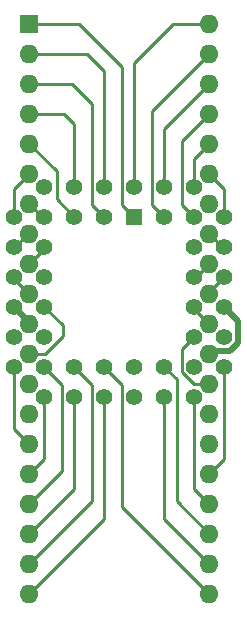
<source format=gtl>
%TF.GenerationSoftware,KiCad,Pcbnew,(6.0.0)*%
%TF.CreationDate,2022-03-13T18:44:15-04:00*%
%TF.ProjectId,z80plcc to dip,7a383070-6c63-4632-9074-6f206469702e,rev?*%
%TF.SameCoordinates,Original*%
%TF.FileFunction,Copper,L1,Top*%
%TF.FilePolarity,Positive*%
%FSLAX46Y46*%
G04 Gerber Fmt 4.6, Leading zero omitted, Abs format (unit mm)*
G04 Created by KiCad (PCBNEW (6.0.0)) date 2022-03-13 18:44:15*
%MOMM*%
%LPD*%
G01*
G04 APERTURE LIST*
%TA.AperFunction,ComponentPad*%
%ADD10R,1.422400X1.422400*%
%TD*%
%TA.AperFunction,ComponentPad*%
%ADD11C,1.422400*%
%TD*%
%TA.AperFunction,ComponentPad*%
%ADD12R,1.600000X1.600000*%
%TD*%
%TA.AperFunction,ComponentPad*%
%ADD13O,1.600000X1.600000*%
%TD*%
%TA.AperFunction,Conductor*%
%ADD14C,0.500000*%
%TD*%
%TA.AperFunction,Conductor*%
%ADD15C,0.250000*%
%TD*%
G04 APERTURE END LIST*
D10*
%TO.P,IC1,1,A11*%
%TO.N,/A11*%
X127360000Y-84455000D03*
D11*
%TO.P,IC1,2,A12*%
%TO.N,/A12*%
X124820000Y-81915000D03*
%TO.P,IC1,3,A13*%
%TO.N,/A13*%
X124820000Y-84455000D03*
%TO.P,IC1,4,A14*%
%TO.N,/A14*%
X122280000Y-81915000D03*
%TO.P,IC1,5,A15*%
%TO.N,/A15*%
X122280000Y-84455000D03*
%TO.P,IC1,6,NC_1*%
%TO.N,unconnected-(IC1-Pad6)*%
X119740000Y-81915000D03*
%TO.P,IC1,7,CLK*%
%TO.N,/clk*%
X117200000Y-84455000D03*
%TO.P,IC1,8,D4*%
%TO.N,/D4*%
X119740000Y-84455000D03*
%TO.P,IC1,9,D3*%
%TO.N,/D3*%
X117200000Y-86995000D03*
%TO.P,IC1,10,D5*%
%TO.N,/D5*%
X119740000Y-86995000D03*
%TO.P,IC1,11,D6*%
%TO.N,/D6*%
X117200000Y-89535000D03*
%TO.P,IC1,12,NC_2*%
%TO.N,unconnected-(IC1-Pad12)*%
X119740000Y-89535000D03*
%TO.P,IC1,13,+5V*%
%TO.N,+5V*%
X117200000Y-92075000D03*
%TO.P,IC1,14,D2*%
%TO.N,/D2*%
X119740000Y-92075000D03*
%TO.P,IC1,15,D7*%
%TO.N,/D7*%
X117200000Y-94615000D03*
%TO.P,IC1,16,D0*%
%TO.N,/D0*%
X119740000Y-94615000D03*
%TO.P,IC1,17,D1*%
%TO.N,/D1*%
X117200000Y-97155000D03*
%TO.P,IC1,18,/INT*%
%TO.N,/int*%
X119740000Y-99695000D03*
%TO.P,IC1,19,/NMI*%
%TO.N,/nmi*%
X119740000Y-97155000D03*
%TO.P,IC1,20,/HALT*%
%TO.N,/halt*%
X122280000Y-99695000D03*
%TO.P,IC1,21,/MREQ*%
%TO.N,/mreq*%
X122280000Y-97155000D03*
%TO.P,IC1,22,/IORQ*%
%TO.N,/ioreq*%
X124820000Y-99695000D03*
%TO.P,IC1,23,/RD*%
%TO.N,/rd*%
X124820000Y-97155000D03*
%TO.P,IC1,24,NC_3*%
%TO.N,unconnected-(IC1-Pad24)*%
X127360000Y-99695000D03*
%TO.P,IC1,25,NC_4*%
%TO.N,unconnected-(IC1-Pad25)*%
X127360000Y-97155000D03*
%TO.P,IC1,26,/WR*%
%TO.N,/wr*%
X129900000Y-99695000D03*
%TO.P,IC1,27,/BUSACK*%
%TO.N,/busack*%
X129900000Y-97155000D03*
%TO.P,IC1,28,/WAIT*%
%TO.N,/wait*%
X132440000Y-99695000D03*
%TO.P,IC1,29,/BUSREQ*%
%TO.N,/busrq*%
X134980000Y-97155000D03*
%TO.P,IC1,30,/RESET*%
%TO.N,/rst*%
X132440000Y-97155000D03*
%TO.P,IC1,31,/M1*%
%TO.N,/m1*%
X134980000Y-94615000D03*
%TO.P,IC1,32,/RFSH*%
%TO.N,/rfsh*%
X132440000Y-94615000D03*
%TO.P,IC1,33,GND*%
%TO.N,GND*%
X134980000Y-92075000D03*
%TO.P,IC1,34,A0*%
%TO.N,/A0*%
X132440000Y-92075000D03*
%TO.P,IC1,35,A1*%
%TO.N,/A1*%
X134980000Y-89535000D03*
%TO.P,IC1,36,A2*%
%TO.N,/A2*%
X132440000Y-89535000D03*
%TO.P,IC1,37,A3*%
%TO.N,/A3*%
X134980000Y-86995000D03*
%TO.P,IC1,38,A4*%
%TO.N,/A4*%
X132440000Y-86995000D03*
%TO.P,IC1,39,A5*%
%TO.N,/A5*%
X134980000Y-84455000D03*
%TO.P,IC1,40,A6*%
%TO.N,/A6*%
X132440000Y-81915000D03*
%TO.P,IC1,41,A7*%
%TO.N,/A7*%
X132440000Y-84455000D03*
%TO.P,IC1,42,A8*%
%TO.N,/A8*%
X129900000Y-81915000D03*
%TO.P,IC1,43,A9*%
%TO.N,/A9*%
X129900000Y-84455000D03*
%TO.P,IC1,44,A10*%
%TO.N,/A10*%
X127360000Y-81915000D03*
%TD*%
D12*
%TO.P,U1,1,A11*%
%TO.N,/A11*%
X118465000Y-68089500D03*
D13*
%TO.P,U1,2,A12*%
%TO.N,/A12*%
X118465000Y-70629500D03*
%TO.P,U1,3,A13*%
%TO.N,/A13*%
X118465000Y-73169500D03*
%TO.P,U1,4,A14*%
%TO.N,/A14*%
X118465000Y-75709500D03*
%TO.P,U1,5,A15*%
%TO.N,/A15*%
X118465000Y-78249500D03*
%TO.P,U1,6,~{CLK}*%
%TO.N,/clk*%
X118465000Y-80789500D03*
%TO.P,U1,7,D4*%
%TO.N,/D4*%
X118465000Y-83329500D03*
%TO.P,U1,8,D3*%
%TO.N,/D3*%
X118465000Y-85869500D03*
%TO.P,U1,9,D5*%
%TO.N,/D5*%
X118465000Y-88409500D03*
%TO.P,U1,10,D6*%
%TO.N,/D6*%
X118465000Y-90949500D03*
%TO.P,U1,11,VCC*%
%TO.N,+5V*%
X118465000Y-93489500D03*
%TO.P,U1,12,D2*%
%TO.N,/D2*%
X118465000Y-96029500D03*
%TO.P,U1,13,D7*%
%TO.N,/D7*%
X118465000Y-98569500D03*
%TO.P,U1,14,D0*%
%TO.N,/D0*%
X118465000Y-101109500D03*
%TO.P,U1,15,D1*%
%TO.N,/D1*%
X118465000Y-103649500D03*
%TO.P,U1,16,~{INT}*%
%TO.N,/int*%
X118465000Y-106189500D03*
%TO.P,U1,17,~{NMI}*%
%TO.N,/nmi*%
X118465000Y-108729500D03*
%TO.P,U1,18,~{HALT}*%
%TO.N,/halt*%
X118465000Y-111269500D03*
%TO.P,U1,19,~{MREQ}*%
%TO.N,/mreq*%
X118465000Y-113809500D03*
%TO.P,U1,20,~{IORQ}*%
%TO.N,/ioreq*%
X118465000Y-116349500D03*
%TO.P,U1,21,~{RD}*%
%TO.N,/rd*%
X133705000Y-116349500D03*
%TO.P,U1,22,~{WR}*%
%TO.N,/wr*%
X133705000Y-113809500D03*
%TO.P,U1,23,~{BUSACK}*%
%TO.N,/busack*%
X133705000Y-111269500D03*
%TO.P,U1,24,~{WAIT}*%
%TO.N,/wait*%
X133705000Y-108729500D03*
%TO.P,U1,25,~{BUSRQ}*%
%TO.N,/busrq*%
X133705000Y-106189500D03*
%TO.P,U1,26,~{RESET}*%
%TO.N,/rst*%
X133705000Y-103649500D03*
%TO.P,U1,27,~{M1}*%
%TO.N,/m1*%
X133705000Y-101109500D03*
%TO.P,U1,28,~{RFSH}*%
%TO.N,/rfsh*%
X133705000Y-98569500D03*
%TO.P,U1,29,GND*%
%TO.N,GND*%
X133705000Y-96029500D03*
%TO.P,U1,30,A0*%
%TO.N,/A0*%
X133705000Y-93489500D03*
%TO.P,U1,31,A1*%
%TO.N,/A1*%
X133705000Y-90949500D03*
%TO.P,U1,32,A2*%
%TO.N,/A2*%
X133705000Y-88409500D03*
%TO.P,U1,33,A3*%
%TO.N,/A3*%
X133705000Y-85869500D03*
%TO.P,U1,34,A4*%
%TO.N,/A4*%
X133705000Y-83329500D03*
%TO.P,U1,35,A5*%
%TO.N,/A5*%
X133705000Y-80789500D03*
%TO.P,U1,36,A6*%
%TO.N,/A6*%
X133705000Y-78249500D03*
%TO.P,U1,37,A7*%
%TO.N,/A7*%
X133705000Y-75709500D03*
%TO.P,U1,38,A8*%
%TO.N,/A8*%
X133705000Y-73169500D03*
%TO.P,U1,39,A9*%
%TO.N,/A9*%
X133705000Y-70629500D03*
%TO.P,U1,40,A10*%
%TO.N,/A10*%
X133705000Y-68089500D03*
%TD*%
D14*
%TO.N,+5V*%
X118465000Y-93489500D02*
X118465000Y-93340000D01*
X118465000Y-93340000D02*
X117200000Y-92075000D01*
D15*
X117200000Y-92075000D02*
X117200000Y-92224500D01*
D14*
%TO.N,GND*%
X133705000Y-96029500D02*
X133958789Y-95775711D01*
X135460783Y-95775711D02*
X136140711Y-95095783D01*
X133958789Y-95775711D02*
X135460783Y-95775711D01*
X136140711Y-93235711D02*
X134980000Y-92075000D01*
X136140711Y-95095783D02*
X136140711Y-93235711D01*
D15*
%TO.N,/A11*%
X126324289Y-83419289D02*
X126324289Y-71714289D01*
X126324289Y-71714289D02*
X122699500Y-68089500D01*
X122699500Y-68089500D02*
X118465000Y-68089500D01*
X127360000Y-84455000D02*
X126324289Y-83419289D01*
%TO.N,/A13*%
X123784289Y-83419289D02*
X123784289Y-74889289D01*
X124820000Y-84455000D02*
X123784289Y-83419289D01*
X122064500Y-73169500D02*
X118465000Y-73169500D01*
X123784289Y-74889289D02*
X122064500Y-73169500D01*
%TO.N,/A15*%
X120775711Y-80560211D02*
X118465000Y-78249500D01*
X120775711Y-82950711D02*
X120775711Y-80560211D01*
X122280000Y-84455000D02*
X120775711Y-82950711D01*
%TO.N,/A9*%
X129900000Y-84455000D02*
X128864289Y-83419289D01*
X128864289Y-75470211D02*
X133705000Y-70629500D01*
X128864289Y-83419289D02*
X128864289Y-75470211D01*
%TO.N,/A7*%
X131404289Y-78010211D02*
X133705000Y-75709500D01*
X132440000Y-84455000D02*
X131404289Y-83419289D01*
X131404289Y-83419289D02*
X131404289Y-78010211D01*
%TO.N,/A12*%
X124820000Y-72115000D02*
X123334500Y-70629500D01*
X123334500Y-70629500D02*
X118465000Y-70629500D01*
X124820000Y-81915000D02*
X124820000Y-72115000D01*
%TO.N,/A14*%
X122280000Y-81915000D02*
X122280000Y-76560000D01*
X122280000Y-76560000D02*
X121429500Y-75709500D01*
X121429500Y-75709500D02*
X118465000Y-75709500D01*
%TO.N,/A10*%
X130665500Y-68089500D02*
X133705000Y-68089500D01*
X127360000Y-71395000D02*
X130665500Y-68089500D01*
X127360000Y-81915000D02*
X127360000Y-71395000D01*
%TO.N,/A8*%
X129900000Y-81915000D02*
X129900000Y-76974500D01*
X129900000Y-76974500D02*
X133705000Y-73169500D01*
%TO.N,/D4*%
X119740000Y-84455000D02*
X119590500Y-84455000D01*
X119590500Y-84455000D02*
X118465000Y-83329500D01*
%TO.N,/D5*%
X119740000Y-86995000D02*
X119740000Y-87134500D01*
X119740000Y-87134500D02*
X118465000Y-88409500D01*
%TO.N,/D2*%
X118465000Y-96029500D02*
X119790218Y-96029500D01*
X121285000Y-94534718D02*
X121285000Y-93620000D01*
X119790218Y-96029500D02*
X121285000Y-94534718D01*
X121285000Y-93620000D02*
X119740000Y-92075000D01*
%TO.N,/clk*%
X117200000Y-84455000D02*
X117200000Y-82054500D01*
X117200000Y-82054500D02*
X118465000Y-80789500D01*
%TO.N,/D3*%
X118465000Y-85869500D02*
X118325500Y-85869500D01*
X118325500Y-85869500D02*
X117200000Y-86995000D01*
%TO.N,/D6*%
X117200000Y-89535000D02*
X117200000Y-89684500D01*
X117200000Y-89684500D02*
X118465000Y-90949500D01*
%TO.N,/D1*%
X117200000Y-102384500D02*
X117200000Y-97155000D01*
X118465000Y-103649500D02*
X117200000Y-102384500D01*
%TO.N,/nmi*%
X121244289Y-98659289D02*
X119740000Y-97155000D01*
X118465000Y-108729500D02*
X121244289Y-105950211D01*
X121244289Y-105950211D02*
X121244289Y-98659289D01*
%TO.N,/mreq*%
X118465000Y-113809500D02*
X123784289Y-108490211D01*
X123784289Y-108490211D02*
X123784289Y-98659289D01*
X123784289Y-98659289D02*
X122280000Y-97155000D01*
%TO.N,/rd*%
X124820000Y-97155000D02*
X126324289Y-98659289D01*
X126324289Y-98659289D02*
X126324289Y-108968789D01*
X126324289Y-108968789D02*
X133705000Y-116349500D01*
%TO.N,/busack*%
X130935711Y-108500211D02*
X133705000Y-111269500D01*
X130935711Y-98190711D02*
X130935711Y-108500211D01*
X129900000Y-97155000D02*
X130935711Y-98190711D01*
%TO.N,/busrq*%
X134980000Y-104914500D02*
X134980000Y-97155000D01*
X133705000Y-106189500D02*
X134980000Y-104914500D01*
%TO.N,/int*%
X118465000Y-106189500D02*
X119740000Y-104914500D01*
X119740000Y-104914500D02*
X119740000Y-99695000D01*
%TO.N,/halt*%
X122280000Y-99695000D02*
X122280000Y-107454500D01*
X122280000Y-107454500D02*
X118465000Y-111269500D01*
%TO.N,/ioreq*%
X124820000Y-99695000D02*
X124820000Y-109994500D01*
X124820000Y-109994500D02*
X118465000Y-116349500D01*
%TO.N,/wr*%
X129900000Y-110004500D02*
X133705000Y-113809500D01*
X129900000Y-99695000D02*
X129900000Y-110004500D01*
%TO.N,/wait*%
X132440000Y-107464500D02*
X132440000Y-99695000D01*
X133705000Y-108729500D02*
X132440000Y-107464500D01*
%TO.N,/rfsh*%
X131404289Y-97584007D02*
X131404289Y-95650711D01*
X132389782Y-98569500D02*
X131404289Y-97584007D01*
X131404289Y-95650711D02*
X132440000Y-94615000D01*
X133705000Y-98569500D02*
X132389782Y-98569500D01*
%TO.N,/A0*%
X132440000Y-92224500D02*
X133705000Y-93489500D01*
X132440000Y-92075000D02*
X132440000Y-92224500D01*
%TO.N,/A2*%
X132440000Y-89535000D02*
X132579500Y-89535000D01*
X132579500Y-89535000D02*
X133705000Y-88409500D01*
%TO.N,/A6*%
X132440000Y-79514500D02*
X133705000Y-78249500D01*
X132440000Y-81915000D02*
X132440000Y-79514500D01*
%TO.N,/A1*%
X133705000Y-90949500D02*
X133705000Y-90810000D01*
X133705000Y-90810000D02*
X134980000Y-89535000D01*
%TO.N,/A3*%
X134830500Y-86995000D02*
X133705000Y-85869500D01*
X134980000Y-86995000D02*
X134830500Y-86995000D01*
%TO.N,/A5*%
X134980000Y-82064500D02*
X134980000Y-84455000D01*
X133705000Y-80789500D02*
X134980000Y-82064500D01*
%TD*%
M02*

</source>
